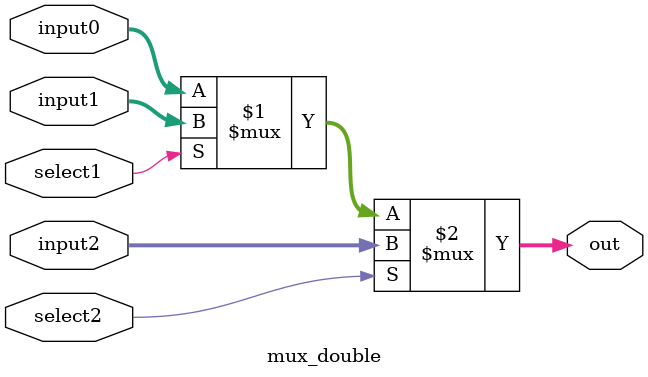
<source format=v>
module mux_double(input0, input1, input2, select1, select2, out);
	input [31:0]	input0, input1, input2;
	input		select1, select2;
	output [31:0]	out;

	assign out = (select2) ? input2 : (select1) ? input1 : input0;
endmodule

</source>
